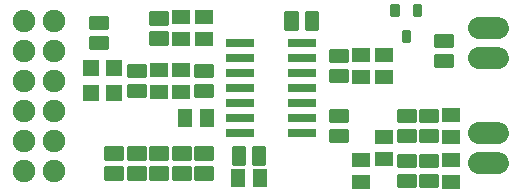
<source format=gbr>
G04 EAGLE Gerber RS-274X export*
G75*
%MOMM*%
%FSLAX34Y34*%
%LPD*%
%INSoldermask Top*%
%IPPOS*%
%AMOC8*
5,1,8,0,0,1.08239X$1,22.5*%
G01*
%ADD10C,0.353406*%
%ADD11R,1.565000X1.165000*%
%ADD12R,2.403200X0.803200*%
%ADD13C,1.841500*%
%ADD14R,1.165000X1.565000*%
%ADD15C,1.908300*%
%ADD16C,0.409087*%
%ADD17R,1.403200X1.403200*%


D10*
X347001Y142609D02*
X351499Y142609D01*
X351499Y135111D01*
X347001Y135111D01*
X347001Y142609D01*
X347001Y138468D02*
X351499Y138468D01*
X351499Y141825D02*
X347001Y141825D01*
X341999Y164609D02*
X337501Y164609D01*
X341999Y164609D02*
X341999Y157111D01*
X337501Y157111D01*
X337501Y164609D01*
X337501Y160468D02*
X341999Y160468D01*
X341999Y163825D02*
X337501Y163825D01*
X356501Y164609D02*
X360999Y164609D01*
X360999Y157111D01*
X356501Y157111D01*
X356501Y164609D01*
X356501Y160468D02*
X360999Y160468D01*
X360999Y163825D02*
X356501Y163825D01*
D11*
X158750Y92350D03*
X158750Y110850D03*
D12*
X208950Y120650D03*
X260950Y120650D03*
X208950Y133350D03*
X208950Y107950D03*
X208950Y95250D03*
X260950Y133350D03*
X260950Y107950D03*
X260950Y95250D03*
X208950Y69850D03*
X260950Y69850D03*
X208950Y82550D03*
X208950Y57150D03*
X260950Y82550D03*
X260950Y57150D03*
D13*
X410909Y31750D02*
X427292Y31750D01*
X427292Y57150D02*
X410909Y57150D01*
D11*
X387350Y54250D03*
X387350Y72750D03*
X387350Y16150D03*
X387350Y34650D03*
X330200Y35200D03*
X330200Y53700D03*
X139700Y92350D03*
X139700Y110850D03*
X311150Y16150D03*
X311150Y34650D03*
D14*
X162200Y69850D03*
X180700Y69850D03*
X225150Y19050D03*
X206650Y19050D03*
D11*
X330200Y105050D03*
X330200Y123550D03*
X311150Y105050D03*
X311150Y123550D03*
X158750Y155300D03*
X158750Y136800D03*
X177800Y155300D03*
X177800Y136800D03*
D15*
X25400Y152400D03*
X25400Y127000D03*
X25400Y101600D03*
X25400Y76200D03*
X25400Y50800D03*
X25400Y25400D03*
X50800Y25400D03*
X50800Y50800D03*
X50800Y76200D03*
X50800Y101600D03*
X50800Y127000D03*
X50800Y152400D03*
D13*
X410909Y120650D02*
X427292Y120650D01*
X427292Y146050D02*
X410909Y146050D01*
D16*
X95371Y137711D02*
X95371Y129769D01*
X82429Y129769D01*
X82429Y137711D01*
X95371Y137711D01*
X95371Y133655D02*
X82429Y133655D01*
X82429Y137541D02*
X95371Y137541D01*
X95371Y146769D02*
X95371Y154711D01*
X95371Y146769D02*
X82429Y146769D01*
X82429Y154711D01*
X95371Y154711D01*
X95371Y150655D02*
X82429Y150655D01*
X82429Y154541D02*
X95371Y154541D01*
X184271Y97071D02*
X184271Y89129D01*
X171329Y89129D01*
X171329Y97071D01*
X184271Y97071D01*
X184271Y93015D02*
X171329Y93015D01*
X171329Y96901D02*
X184271Y96901D01*
X184271Y106129D02*
X184271Y114071D01*
X184271Y106129D02*
X171329Y106129D01*
X171329Y114071D01*
X184271Y114071D01*
X184271Y110015D02*
X171329Y110015D01*
X171329Y113901D02*
X184271Y113901D01*
X133229Y150579D02*
X133229Y158521D01*
X146171Y158521D01*
X146171Y150579D01*
X133229Y150579D01*
X133229Y154465D02*
X146171Y154465D01*
X146171Y158351D02*
X133229Y158351D01*
X133229Y141521D02*
X133229Y133579D01*
X133229Y141521D02*
X146171Y141521D01*
X146171Y133579D01*
X133229Y133579D01*
X133229Y137465D02*
X146171Y137465D01*
X146171Y141351D02*
X133229Y141351D01*
X264879Y158871D02*
X272821Y158871D01*
X272821Y145929D01*
X264879Y145929D01*
X264879Y158871D01*
X264879Y149815D02*
X272821Y149815D01*
X272821Y153701D02*
X264879Y153701D01*
X264879Y157587D02*
X272821Y157587D01*
X255821Y158871D02*
X247879Y158871D01*
X255821Y158871D02*
X255821Y145929D01*
X247879Y145929D01*
X247879Y158871D01*
X247879Y149815D02*
X255821Y149815D01*
X255821Y153701D02*
X247879Y153701D01*
X247879Y157587D02*
X255821Y157587D01*
X298571Y109771D02*
X298571Y101829D01*
X285629Y101829D01*
X285629Y109771D01*
X298571Y109771D01*
X298571Y105715D02*
X285629Y105715D01*
X285629Y109601D02*
X298571Y109601D01*
X298571Y118829D02*
X298571Y126771D01*
X298571Y118829D02*
X285629Y118829D01*
X285629Y126771D01*
X298571Y126771D01*
X298571Y122715D02*
X285629Y122715D01*
X285629Y126601D02*
X298571Y126601D01*
X285629Y75971D02*
X285629Y68029D01*
X285629Y75971D02*
X298571Y75971D01*
X298571Y68029D01*
X285629Y68029D01*
X285629Y71915D02*
X298571Y71915D01*
X298571Y75801D02*
X285629Y75801D01*
X285629Y58971D02*
X285629Y51029D01*
X285629Y58971D02*
X298571Y58971D01*
X298571Y51029D01*
X285629Y51029D01*
X285629Y54915D02*
X298571Y54915D01*
X298571Y58801D02*
X285629Y58801D01*
X374529Y131529D02*
X374529Y139471D01*
X387471Y139471D01*
X387471Y131529D01*
X374529Y131529D01*
X374529Y135415D02*
X387471Y135415D01*
X387471Y139301D02*
X374529Y139301D01*
X374529Y122471D02*
X374529Y114529D01*
X374529Y122471D02*
X387471Y122471D01*
X387471Y114529D01*
X374529Y114529D01*
X374529Y118415D02*
X387471Y118415D01*
X387471Y122301D02*
X374529Y122301D01*
X184271Y27221D02*
X184271Y19279D01*
X171329Y19279D01*
X171329Y27221D01*
X184271Y27221D01*
X184271Y23165D02*
X171329Y23165D01*
X171329Y27051D02*
X184271Y27051D01*
X184271Y36279D02*
X184271Y44221D01*
X184271Y36279D02*
X171329Y36279D01*
X171329Y44221D01*
X184271Y44221D01*
X184271Y40165D02*
X171329Y40165D01*
X171329Y44051D02*
X184271Y44051D01*
X165221Y27221D02*
X165221Y19279D01*
X152279Y19279D01*
X152279Y27221D01*
X165221Y27221D01*
X165221Y23165D02*
X152279Y23165D01*
X152279Y27051D02*
X165221Y27051D01*
X165221Y36279D02*
X165221Y44221D01*
X165221Y36279D02*
X152279Y36279D01*
X152279Y44221D01*
X165221Y44221D01*
X165221Y40165D02*
X152279Y40165D01*
X152279Y44051D02*
X165221Y44051D01*
X146171Y27221D02*
X146171Y19279D01*
X133229Y19279D01*
X133229Y27221D01*
X146171Y27221D01*
X146171Y23165D02*
X133229Y23165D01*
X133229Y27051D02*
X146171Y27051D01*
X146171Y36279D02*
X146171Y44221D01*
X146171Y36279D02*
X133229Y36279D01*
X133229Y44221D01*
X146171Y44221D01*
X146171Y40165D02*
X133229Y40165D01*
X133229Y44051D02*
X146171Y44051D01*
X127121Y27221D02*
X127121Y19279D01*
X114179Y19279D01*
X114179Y27221D01*
X127121Y27221D01*
X127121Y23165D02*
X114179Y23165D01*
X114179Y27051D02*
X127121Y27051D01*
X127121Y36279D02*
X127121Y44221D01*
X127121Y36279D02*
X114179Y36279D01*
X114179Y44221D01*
X127121Y44221D01*
X127121Y40165D02*
X114179Y40165D01*
X114179Y44051D02*
X127121Y44051D01*
X108071Y27221D02*
X108071Y19279D01*
X95129Y19279D01*
X95129Y27221D01*
X108071Y27221D01*
X108071Y23165D02*
X95129Y23165D01*
X95129Y27051D02*
X108071Y27051D01*
X108071Y36279D02*
X108071Y44221D01*
X108071Y36279D02*
X95129Y36279D01*
X95129Y44221D01*
X108071Y44221D01*
X108071Y40165D02*
X95129Y40165D01*
X95129Y44051D02*
X108071Y44051D01*
X374771Y51029D02*
X374771Y58971D01*
X374771Y51029D02*
X361829Y51029D01*
X361829Y58971D01*
X374771Y58971D01*
X374771Y54915D02*
X361829Y54915D01*
X361829Y58801D02*
X374771Y58801D01*
X374771Y68029D02*
X374771Y75971D01*
X374771Y68029D02*
X361829Y68029D01*
X361829Y75971D01*
X374771Y75971D01*
X374771Y71915D02*
X361829Y71915D01*
X361829Y75801D02*
X374771Y75801D01*
X374771Y20871D02*
X374771Y12929D01*
X361829Y12929D01*
X361829Y20871D01*
X374771Y20871D01*
X374771Y16815D02*
X361829Y16815D01*
X361829Y20701D02*
X374771Y20701D01*
X374771Y29929D02*
X374771Y37871D01*
X374771Y29929D02*
X361829Y29929D01*
X361829Y37871D01*
X374771Y37871D01*
X374771Y33815D02*
X361829Y33815D01*
X361829Y37701D02*
X374771Y37701D01*
X342779Y37871D02*
X342779Y29929D01*
X342779Y37871D02*
X355721Y37871D01*
X355721Y29929D01*
X342779Y29929D01*
X342779Y33815D02*
X355721Y33815D01*
X355721Y37701D02*
X342779Y37701D01*
X342779Y20871D02*
X342779Y12929D01*
X342779Y20871D02*
X355721Y20871D01*
X355721Y12929D01*
X342779Y12929D01*
X342779Y16815D02*
X355721Y16815D01*
X355721Y20701D02*
X342779Y20701D01*
X355721Y51029D02*
X355721Y58971D01*
X355721Y51029D02*
X342779Y51029D01*
X342779Y58971D01*
X355721Y58971D01*
X355721Y54915D02*
X342779Y54915D01*
X342779Y58801D02*
X355721Y58801D01*
X355721Y68029D02*
X355721Y75971D01*
X355721Y68029D02*
X342779Y68029D01*
X342779Y75971D01*
X355721Y75971D01*
X355721Y71915D02*
X342779Y71915D01*
X342779Y75801D02*
X355721Y75801D01*
X228371Y44571D02*
X220429Y44571D01*
X228371Y44571D02*
X228371Y31629D01*
X220429Y31629D01*
X220429Y44571D01*
X220429Y35515D02*
X228371Y35515D01*
X228371Y39401D02*
X220429Y39401D01*
X220429Y43287D02*
X228371Y43287D01*
X211371Y44571D02*
X203429Y44571D01*
X211371Y44571D02*
X211371Y31629D01*
X203429Y31629D01*
X203429Y44571D01*
X203429Y35515D02*
X211371Y35515D01*
X211371Y39401D02*
X203429Y39401D01*
X203429Y43287D02*
X211371Y43287D01*
D17*
X101600Y112100D03*
X101600Y91100D03*
X82550Y91100D03*
X82550Y112100D03*
D16*
X127121Y97071D02*
X127121Y89129D01*
X114179Y89129D01*
X114179Y97071D01*
X127121Y97071D01*
X127121Y93015D02*
X114179Y93015D01*
X114179Y96901D02*
X127121Y96901D01*
X127121Y106129D02*
X127121Y114071D01*
X127121Y106129D02*
X114179Y106129D01*
X114179Y114071D01*
X127121Y114071D01*
X127121Y110015D02*
X114179Y110015D01*
X114179Y113901D02*
X127121Y113901D01*
M02*

</source>
